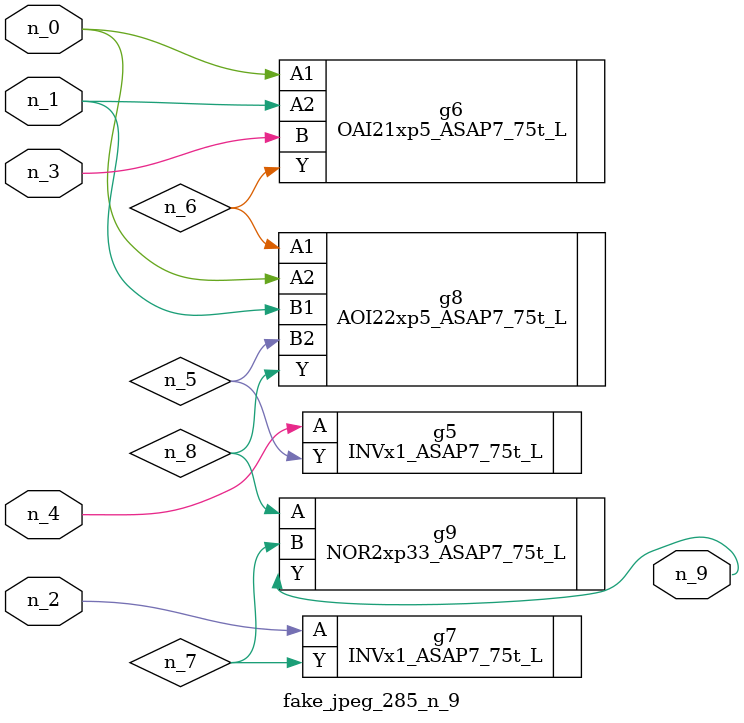
<source format=v>
module fake_jpeg_285_n_9 (n_3, n_2, n_1, n_0, n_4, n_9);

input n_3;
input n_2;
input n_1;
input n_0;
input n_4;

output n_9;

wire n_8;
wire n_6;
wire n_5;
wire n_7;

INVx1_ASAP7_75t_L g5 ( 
.A(n_4),
.Y(n_5)
);

OAI21xp5_ASAP7_75t_L g6 ( 
.A1(n_0),
.A2(n_1),
.B(n_3),
.Y(n_6)
);

INVx1_ASAP7_75t_L g7 ( 
.A(n_2),
.Y(n_7)
);

AOI22xp5_ASAP7_75t_L g8 ( 
.A1(n_6),
.A2(n_0),
.B1(n_1),
.B2(n_5),
.Y(n_8)
);

NOR2xp33_ASAP7_75t_L g9 ( 
.A(n_8),
.B(n_7),
.Y(n_9)
);


endmodule
</source>
